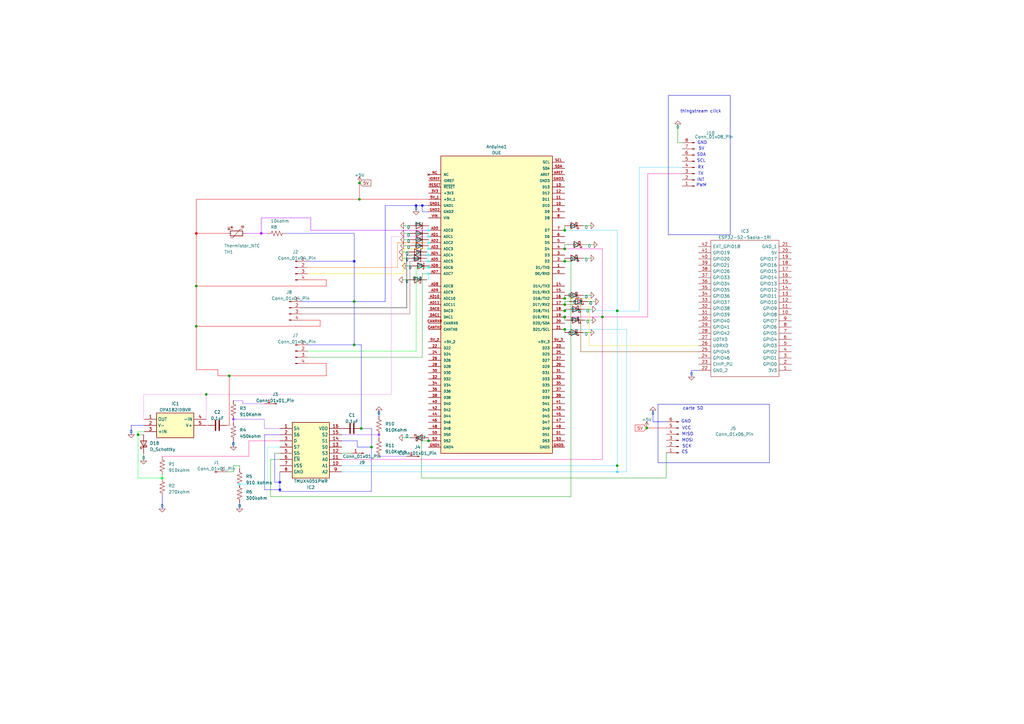
<source format=kicad_sch>
(kicad_sch (version 20230121) (generator eeschema)
  (paper "A3")
  (lib_symbols
    (symbol "A000062:A000062" (pin_names (offset 1.016))
      (property "Reference" "U" (at -22.86 61.722 0))
      (property "Value" "A000062" (at -22.86 -63.5 0))
      (symbol "A000062_0_0"
        (pin bidirectional line (at 27.94 12.7 180) (length 5.08) (name "D0/RX0") (number "0"))
        (pin bidirectional line (at 27.94 15.24 180) (length 5.08) (name "D1/TX0") (number "1"))
        (pin bidirectional line (at 27.94 40.64 180) (length 5.08) (name "D10") (number "10"))
        (pin bidirectional line (at 27.94 43.18 180) (length 5.08) (name "D11") (number "11"))
        (pin bidirectional line (at 27.94 45.72 180) (length 5.08) (name "D12") (number "12"))
        (pin bidirectional line (at 27.94 48.26 180) (length 5.08) (name "D13") (number "13"))
        (pin bidirectional line (at 27.94 7.62 180) (length 5.08) (name "D14/TX3") (number "14"))
        (pin bidirectional line (at 27.94 5.08 180) (length 5.08) (name "D15/RX3") (number "15"))
        (pin bidirectional line (at 27.94 2.54 180) (length 5.08) (name "D16/TX2") (number "16"))
        (pin bidirectional line (at 27.94 0 180) (length 5.08) (name "D17/RX2") (number "17"))
        (pin bidirectional line (at 27.94 -2.54 180) (length 5.08) (name "D18/TX1") (number "18"))
        (pin bidirectional line (at 27.94 -5.08 180) (length 5.08) (name "D19/RX1") (number "19"))
        (pin bidirectional line (at 27.94 17.78 180) (length 5.08) (name "D2") (number "2"))
        (pin bidirectional line (at 27.94 -7.62 180) (length 5.08) (name "D20/SDA") (number "20"))
        (pin bidirectional line (at 27.94 -10.16 180) (length 5.08) (name "D21/SCL") (number "21"))
        (pin bidirectional line (at -27.94 -17.78 0) (length 5.08) (name "D22") (number "22"))
        (pin bidirectional line (at 27.94 -17.78 180) (length 5.08) (name "D23") (number "23"))
        (pin bidirectional line (at -27.94 -20.32 0) (length 5.08) (name "D24") (number "24"))
        (pin bidirectional line (at 27.94 -20.32 180) (length 5.08) (name "D25") (number "25"))
        (pin bidirectional line (at -27.94 -22.86 0) (length 5.08) (name "D26") (number "26"))
        (pin bidirectional line (at 27.94 -22.86 180) (length 5.08) (name "D27") (number "27"))
        (pin bidirectional line (at -27.94 -25.4 0) (length 5.08) (name "D28") (number "28"))
        (pin bidirectional line (at 27.94 -25.4 180) (length 5.08) (name "D29") (number "29"))
        (pin bidirectional line (at 27.94 20.32 180) (length 5.08) (name "D3") (number "3"))
        (pin bidirectional line (at -27.94 -27.94 0) (length 5.08) (name "D30") (number "30"))
        (pin bidirectional line (at 27.94 -27.94 180) (length 5.08) (name "D31") (number "31"))
        (pin bidirectional line (at -27.94 -30.48 0) (length 5.08) (name "D32") (number "32"))
        (pin bidirectional line (at 27.94 -30.48 180) (length 5.08) (name "D33") (number "33"))
        (pin bidirectional line (at -27.94 -33.02 0) (length 5.08) (name "D34") (number "34"))
        (pin bidirectional line (at 27.94 -33.02 180) (length 5.08) (name "D35") (number "35"))
        (pin bidirectional line (at -27.94 -35.56 0) (length 5.08) (name "D36") (number "36"))
        (pin bidirectional line (at 27.94 -35.56 180) (length 5.08) (name "D37") (number "37"))
        (pin bidirectional line (at -27.94 -38.1 0) (length 5.08) (name "D38") (number "38"))
        (pin bidirectional line (at 27.94 -38.1 180) (length 5.08) (name "D39") (number "39"))
        (pin power_in line (at -27.94 45.72 0) (length 5.08) (name "+3V3") (number "3V3"))
        (pin bidirectional line (at 27.94 22.86 180) (length 5.08) (name "D4") (number "4"))
        (pin bidirectional line (at -27.94 -40.64 0) (length 5.08) (name "D40") (number "40"))
        (pin bidirectional line (at 27.94 -40.64 180) (length 5.08) (name "D41") (number "41"))
        (pin bidirectional line (at -27.94 -43.18 0) (length 5.08) (name "D42") (number "42"))
        (pin bidirectional line (at 27.94 -43.18 180) (length 5.08) (name "D43") (number "43"))
        (pin bidirectional line (at -27.94 -45.72 0) (length 5.08) (name "D44") (number "44"))
        (pin bidirectional line (at 27.94 -45.72 180) (length 5.08) (name "D45") (number "45"))
        (pin bidirectional line (at -27.94 -48.26 0) (length 5.08) (name "D46") (number "46"))
        (pin bidirectional line (at 27.94 -48.26 180) (length 5.08) (name "D47") (number "47"))
        (pin bidirectional line (at -27.94 -50.8 0) (length 5.08) (name "D48") (number "48"))
        (pin bidirectional line (at 27.94 -50.8 180) (length 5.08) (name "D49") (number "49"))
        (pin bidirectional line (at 27.94 25.4 180) (length 5.08) (name "D5") (number "5"))
        (pin bidirectional line (at -27.94 -53.34 0) (length 5.08) (name "D50") (number "50"))
        (pin bidirectional line (at 27.94 -53.34 180) (length 5.08) (name "D51") (number "51"))
        (pin bidirectional line (at -27.94 -55.88 0) (length 5.08) (name "D52") (number "52"))
        (pin bidirectional line (at 27.94 -55.88 180) (length 5.08) (name "D53") (number "53"))
        (pin power_in line (at -27.94 43.18 0) (length 5.08) (name "+5V_1") (number "5V_1"))
        (pin power_in line (at -27.94 -15.24 0) (length 5.08) (name "+5V_2") (number "5V_2"))
        (pin power_in line (at 27.94 -15.24 180) (length 5.08) (name "+5V_3") (number "5V_3"))
        (pin bidirectional line (at 27.94 27.94 180) (length 5.08) (name "D6") (number "6"))
        (pin bidirectional line (at 27.94 30.48 180) (length 5.08) (name "D7") (number "7"))
        (pin bidirectional line (at 27.94 35.56 180) (length 5.08) (name "D8") (number "8"))
        (pin bidirectional line (at 27.94 38.1 180) (length 5.08) (name "D9") (number "9"))
        (pin bidirectional line (at -27.94 30.48 0) (length 5.08) (name "ADC0") (number "AD0"))
        (pin bidirectional line (at -27.94 27.94 0) (length 5.08) (name "ADC1") (number "AD1"))
        (pin bidirectional line (at -27.94 2.54 0) (length 5.08) (name "ADC10") (number "AD10"))
        (pin bidirectional line (at -27.94 0 0) (length 5.08) (name "ADC11") (number "AD11"))
        (pin bidirectional line (at -27.94 25.4 0) (length 5.08) (name "ADC2") (number "AD2"))
        (pin bidirectional line (at -27.94 22.86 0) (length 5.08) (name "ADC3") (number "AD3"))
        (pin bidirectional line (at -27.94 20.32 0) (length 5.08) (name "ADC4") (number "AD4"))
        (pin bidirectional line (at -27.94 17.78 0) (length 5.08) (name "ADC5") (number "AD5"))
        (pin bidirectional line (at -27.94 15.24 0) (length 5.08) (name "ADC6") (number "AD6"))
        (pin bidirectional line (at -27.94 12.7 0) (length 5.08) (name "ADC7") (number "AD7"))
        (pin bidirectional line (at -27.94 7.62 0) (length 5.08) (name "ADC8") (number "AD8"))
        (pin bidirectional line (at -27.94 5.08 0) (length 5.08) (name "ADC9") (number "AD9"))
        (pin input line (at 27.94 53.34 180) (length 5.08) (name "AREF") (number "AREF"))
        (pin bidirectional line (at -27.94 -7.62 0) (length 5.08) (name "CANRX0") (number "CANRX0"))
        (pin bidirectional line (at -27.94 -10.16 0) (length 5.08) (name "CANTX0") (number "CANTX0"))
        (pin bidirectional line (at -27.94 -2.54 0) (length 5.08) (name "DAC0") (number "DAC0"))
        (pin bidirectional line (at -27.94 -5.08 0) (length 5.08) (name "DAC1") (number "DAC1"))
        (pin power_in line (at -27.94 40.64 0) (length 5.08) (name "GND1") (number "GND1"))
        (pin power_in line (at -27.94 38.1 0) (length 5.08) (name "GND2") (number "GND2"))
        (pin power_in line (at 27.94 50.8 180) (length 5.08) (name "GND3") (number "GND3"))
        (pin power_in line (at -27.94 -58.42 0) (length 5.08) (name "GND4") (number "GND4"))
        (pin power_in line (at 27.94 -58.42 180) (length 5.08) (name "GND5") (number "GND5"))
        (pin bidirectional line (at -27.94 50.8 0) (length 5.08) (name "IOREF") (number "IOREF"))
        (pin no_connect line (at -27.94 53.34 0) (length 5.08) (name "NC") (number "NC"))
        (pin input line (at -27.94 48.26 0) (length 5.08) (name "~{RESET}") (number "RESET"))
        (pin bidirectional line (at 27.94 58.42 180) (length 5.08) (name "SCL") (number "SCL"))
        (pin bidirectional line (at 27.94 55.88 180) (length 5.08) (name "SDA") (number "SDA"))
        (pin input line (at -27.94 35.56 0) (length 5.08) (name "VIN") (number "VIN"))
      )
    )
    (symbol "Connector:Conn_01x01_Pin" (pin_names (offset 1.016) hide)
      (property "Reference" "J" (at 0 2.54 0))
      (property "Value" "Conn_01x01_Pin" (at 0 -2.54 0))
      (symbol "Conn_01x01_Pin_1_1"
        (pin passive line (at 5.08 0 180) (length 3.81) (name "Pin_1") (number "1"))
      )
    )
    (symbol "Connector:Conn_01x04_Pin" (pin_names (offset 1.016) hide)
      (property "Reference" "J" (at 0 5.08 0))
      (property "Value" "Conn_01x04_Pin" (at 0 -7.62 0))
      (symbol "Conn_01x04_Pin_1_1"
        (pin passive line (at 5.08 2.54 180) (length 3.81) (name "Pin_1") (number "1"))
        (pin passive line (at 5.08 0 180) (length 3.81) (name "Pin_2") (number "2"))
        (pin passive line (at 5.08 -2.54 180) (length 3.81) (name "Pin_3") (number "3"))
        (pin passive line (at 5.08 -5.08 180) (length 3.81) (name "Pin_4") (number "4"))
      )
    )
    (symbol "Connector:Conn_01x06_Pin" (pin_names (offset 1.016) hide)
      (property "Reference" "J" (at 0 7.62 0))
      (property "Value" "Conn_01x06_Pin" (at 0 -10.16 0))
      (symbol "Conn_01x06_Pin_1_1"
        (pin passive line (at 5.08 5.08 180) (length 3.81) (name "Pin_1") (number "1"))
        (pin passive line (at 5.08 2.54 180) (length 3.81) (name "Pin_2") (number "2"))
        (pin passive line (at 5.08 0 180) (length 3.81) (name "Pin_3") (number "3"))
        (pin passive line (at 5.08 -2.54 180) (length 3.81) (name "Pin_4") (number "4"))
        (pin passive line (at 5.08 -5.08 180) (length 3.81) (name "Pin_5") (number "5"))
        (pin passive line (at 5.08 -7.62 180) (length 3.81) (name "Pin_6") (number "6"))
      )
    )
    (symbol "Connector:Conn_01x08_Pin" (pin_names (offset 1.016) hide)
      (property "Reference" "J" (at 0 10.16 0))
      (property "Value" "Conn_01x08_Pin" (at 0 -12.7 0))
      (symbol "Conn_01x08_Pin_1_1"
        (pin passive line (at 5.08 7.62 180) (length 3.81) (name "Pin_1") (number "1"))
        (pin passive line (at 5.08 5.08 180) (length 3.81) (name "Pin_2") (number "2"))
        (pin passive line (at 5.08 2.54 180) (length 3.81) (name "Pin_3") (number "3"))
        (pin passive line (at 5.08 0 180) (length 3.81) (name "Pin_4") (number "4"))
        (pin passive line (at 5.08 -2.54 180) (length 3.81) (name "Pin_5") (number "5"))
        (pin passive line (at 5.08 -5.08 180) (length 3.81) (name "Pin_6") (number "6"))
        (pin passive line (at 5.08 -7.62 180) (length 3.81) (name "Pin_7") (number "7"))
        (pin passive line (at 5.08 -10.16 180) (length 3.81) (name "Pin_8") (number "8"))
      )
    )
    (symbol "Device:C" (pin_numbers hide) (pin_names (offset 0.254))
      (property "Reference" "C" (at 0.635 2.54 0))
      (property "Value" "C" (at 0.635 -2.54 0))
      (symbol "C_1_1"
        (pin passive line (at 0 3.81 270) (length 2.794) (name "~") (number "1"))
        (pin passive line (at 0 -3.81 90) (length 2.794) (name "~") (number "2"))
      )
    )
    (symbol "Device:D_Schottky" (pin_numbers hide) (pin_names (offset 1.016) hide)
      (property "Reference" "D" (at 0 2.54 0))
      (property "Value" "D_Schottky" (at 0 -2.54 0))
      (symbol "D_Schottky_1_1"
        (pin passive line (at -3.81 0 0) (length 2.54) (name "K") (number "1"))
        (pin passive line (at 3.81 0 180) (length 2.54) (name "A") (number "2"))
      )
    )
    (symbol "Device:D_Zener" (pin_numbers hide) (pin_names (offset 1.016) hide)
      (property "Reference" "D" (at 0 2.54 0))
      (property "Value" "D_Zener" (at 0 -2.54 0))
      (symbol "D_Zener_1_1"
        (pin passive line (at -3.81 0 0) (length 2.54) (name "K") (number "1"))
        (pin passive line (at 3.81 0 180) (length 2.54) (name "A") (number "2"))
      )
    )
    (symbol "Device:Thermistor_NTC" (pin_numbers hide) (pin_names (offset 0))
      (property "Reference" "TH" (at -4.445 0 90))
      (property "Value" "Thermistor_NTC" (at 3.175 0 90))
      (symbol "Thermistor_NTC_1_1"
        (pin passive line (at 0 3.81 270) (length 1.27) (name "~") (number "1"))
        (pin passive line (at 0 -3.81 90) (length 1.27) (name "~") (number "2"))
      )
    )
    (symbol "ESP32-S2-Saola-1RI:ESP32-S2-Saola-1RI" (pin_names (offset 0.762))
      (property "Reference" "IC" (at 34.29 7.62 0))
      (property "Value" "ESP32-S2-Saola-1RI" (at 34.29 5.08 0))
      (symbol "ESP32-S2-Saola-1RI_0_0"
        (pin passive line (at 0 0 0) (length 5.08) (name "3V3") (number "1"))
        (pin passive line (at 0 -22.86 0) (length 5.08) (name "GPIO8") (number "10"))
        (pin passive line (at 0 -25.4 0) (length 5.08) (name "GPIO9") (number "11"))
        (pin passive line (at 0 -27.94 0) (length 5.08) (name "GPIO10") (number "12"))
        (pin passive line (at 0 -30.48 0) (length 5.08) (name "GPIO11") (number "13"))
        (pin passive line (at 0 -33.02 0) (length 5.08) (name "GPIO12") (number "14"))
        (pin passive line (at 0 -35.56 0) (length 5.08) (name "GPIO13") (number "15"))
        (pin passive line (at 0 -38.1 0) (length 5.08) (name "GPIO14") (number "16"))
        (pin passive line (at 0 -40.64 0) (length 5.08) (name "GPIO15") (number "17"))
        (pin passive line (at 0 -43.18 0) (length 5.08) (name "GPIO16") (number "18"))
        (pin passive line (at 0 -45.72 0) (length 5.08) (name "GPIO17") (number "19"))
        (pin passive line (at 0 -2.54 0) (length 5.08) (name "GPIO0") (number "2"))
        (pin passive line (at 0 -48.26 0) (length 5.08) (name "5V") (number "20"))
        (pin passive line (at 0 -50.8 0) (length 5.08) (name "GND_1") (number "21"))
        (pin passive line (at 38.1 0 180) (length 5.08) (name "GND_2") (number "22"))
        (pin passive line (at 38.1 -2.54 180) (length 5.08) (name "CHIP_PU") (number "23"))
        (pin passive line (at 38.1 -5.08 180) (length 5.08) (name "GPIO46") (number "24"))
        (pin passive line (at 38.1 -7.62 180) (length 5.08) (name "GPIO45") (number "25"))
        (pin passive line (at 38.1 -10.16 180) (length 5.08) (name "U0RXD") (number "26"))
        (pin passive line (at 38.1 -12.7 180) (length 5.08) (name "U0TXD") (number "27"))
        (pin passive line (at 38.1 -15.24 180) (length 5.08) (name "GPIO42") (number "28"))
        (pin passive line (at 38.1 -17.78 180) (length 5.08) (name "GPIO41") (number "29"))
        (pin passive line (at 0 -5.08 0) (length 5.08) (name "GPIO1") (number "3"))
        (pin passive line (at 38.1 -20.32 180) (length 5.08) (name "GPIO40") (number "30"))
        (pin passive line (at 38.1 -22.86 180) (length 5.08) (name "GPIO39") (number "31"))
        (pin passive line (at 38.1 -25.4 180) (length 5.08) (name "GPIO38") (number "32"))
        (pin passive line (at 38.1 -27.94 180) (length 5.08) (name "GPIO37") (number "33"))
        (pin passive line (at 38.1 -30.48 180) (length 5.08) (name "GPIO36") (number "34"))
        (pin passive line (at 38.1 -33.02 180) (length 5.08) (name "GPIO35") (number "35"))
        (pin passive line (at 38.1 -35.56 180) (length 5.08) (name "GPIO34") (number "36"))
        (pin passive line (at 38.1 -38.1 180) (length 5.08) (name "GPIO33") (number "37"))
        (pin passive line (at 38.1 -40.64 180) (length 5.08) (name "GPIO26") (number "38"))
        (pin passive line (at 38.1 -43.18 180) (length 5.08) (name "GPIO21") (number "39"))
        (pin passive line (at 0 -7.62 0) (length 5.08) (name "GPIO2") (number "4"))
        (pin passive line (at 38.1 -45.72 180) (length 5.08) (name "GPIO20") (number "40"))
        (pin passive line (at 38.1 -48.26 180) (length 5.08) (name "GPIO19") (number "41"))
        (pin passive line (at 38.1 -50.8 180) (length 5.08) (name "EXT_GPIO18") (number "42"))
        (pin passive line (at 0 -10.16 0) (length 5.08) (name "GPIO3") (number "5"))
        (pin passive line (at 0 -12.7 0) (length 5.08) (name "GPIO4") (number "6"))
        (pin passive line (at 0 -15.24 0) (length 5.08) (name "GPIO5") (number "7"))
        (pin passive line (at 0 -17.78 0) (length 5.08) (name "GPIO6") (number "8"))
        (pin passive line (at 0 -20.32 0) (length 5.08) (name "GPIO7") (number "9"))
      )
    )
    (symbol "OPA182IDBVR:OPA182IDBVR"
      (property "Reference" "IC" (at 21.59 7.62 0))
      (property "Value" "OPA182IDBVR" (at 21.59 5.08 0))
      (symbol "OPA182IDBVR_1_1"
        (pin passive line (at 0 0 0) (length 5.08) (name "OUT") (number "1"))
        (pin passive line (at 0 -2.54 0) (length 5.08) (name "V-") (number "2"))
        (pin passive line (at 0 -5.08 0) (length 5.08) (name "+IN") (number "3"))
        (pin passive line (at 25.4 0 180) (length 5.08) (name "-IN") (number "4"))
        (pin passive line (at 25.4 -2.54 180) (length 5.08) (name "V+") (number "5"))
      )
    )
    (symbol "R_US_1" (pin_numbers hide) (pin_names (offset 0))
      (property "Reference" "R" (at 2.54 0 90))
      (property "Value" "R_US" (at -2.54 0 90))
      (symbol "R_US_1_1_1"
        (pin passive line (at 0 3.81 270) (length 1.27) (name "~") (number "1"))
        (pin passive line (at 0 -3.81 90) (length 1.27) (name "~") (number "2"))
      )
    )
    (symbol "R_US_2" (pin_numbers hide) (pin_names (offset 0) hide)
      (property "Reference" "R" (at 2.54 0 90))
      (property "Value" "R_US" (at -2.54 0 90))
      (symbol "R_US_2_1_1"
        (pin passive line (at 0 3.81 270) (length 1.27) (name "~") (number "1"))
        (pin passive line (at 0 -3.81 90) (length 1.27) (name "~") (number "2"))
      )
    )
    (symbol "Simulation_SPICE:0" (power) (pin_names (offset 0))
      (property "Value" "0" (at 0 -1.778 0))
      (symbol "0_1_1"
        (pin power_in line (at 0 0 0) (length 0) hide (name "0") (number "1"))
      )
    )
    (symbol "TMUX4051PWR:TMUX4051PWR"
      (property "Reference" "IC" (at 21.59 7.62 0))
      (property "Value" "TMUX4051PWR" (at 21.59 5.08 0))
      (symbol "TMUX4051PWR_1_1"
        (pin passive line (at 0 0 0) (length 5.08) (name "S4") (number "1"))
        (pin passive line (at 25.4 -15.24 180) (length 5.08) (name "A1") (number "10"))
        (pin passive line (at 25.4 -12.7 180) (length 5.08) (name "A0") (number "11"))
        (pin passive line (at 25.4 -10.16 180) (length 5.08) (name "S3") (number "12"))
        (pin passive line (at 25.4 -7.62 180) (length 5.08) (name "S0") (number "13"))
        (pin passive line (at 25.4 -5.08 180) (length 5.08) (name "S1") (number "14"))
        (pin passive line (at 25.4 -2.54 180) (length 5.08) (name "S2") (number "15"))
        (pin passive line (at 25.4 0 180) (length 5.08) (name "VDD") (number "16"))
        (pin passive line (at 0 -2.54 0) (length 5.08) (name "S6") (number "2"))
        (pin passive line (at 0 -5.08 0) (length 5.08) (name "D") (number "3"))
        (pin passive line (at 0 -7.62 0) (length 5.08) (name "S7") (number "4"))
        (pin passive line (at 0 -10.16 0) (length 5.08) (name "S5") (number "5"))
        (pin passive line (at 0 -12.7 0) (length 5.08) (name "~{EN}") (number "6"))
        (pin passive line (at 0 -15.24 0) (length 5.08) (name "VSS") (number "7"))
        (pin passive line (at 0 -17.78 0) (length 5.08) (name "GND") (number "8"))
        (pin passive line (at 25.4 -17.78 180) (length 5.08) (name "A2") (number "9"))
      )
    )
    (symbol "power:+5V" (power) (pin_names (offset 0))
      (property "Value" "+5V" (at 0 3.556 0))
      (symbol "+5V_1_1"
        (pin power_in line (at 0 0 90) (length 0) hide (name "+5V") (number "1"))
      )
    )
  )
  (junction (at 231.6226 124.9426))
  (junction (at 145.2626 141.4526))
  (junction (at 175.7426 112.2426) (color 77 245 255 1))
  (junction (at 175.7426 97.0026) (color 77 245 255 1))
  (junction (at 152.3492 183.3626))
  (junction (at 253.1618 190.9826))
  (junction (at 175.7426 107.1626) (color 77 245 255 1))
  (junction (at 170.6626 84.3026) (color 27 21 255 1))
  (junction (at 145.2626 123.6726))
  (junction (at 175.7426 109.7026) (color 77 245 255 1))
  (junction (at 253.1618 127.4826))
  (junction (at 84.582 161.7726))
  (junction (at 148.1582 175.7426))
  (junction (at 231.6226 94.4626))
  (junction (at 175.7426 180.8226))
  (junction (at 253.1872 127.4826))
  (junction (at 231.6226 129.9972))
  (junction (at 147.447 75.057))
  (junction (at 231.6226 130.0226))
  (junction (at 253.2126 193.5226) (color 80 205 255 1))
  (junction (at 145.2626 107.1626) (color 27 21 255 1))
  (junction (at 247.0658 129.9972))
  (junction (at 114.7826 200.8378) (color 27 21 255 1))
  (junction (at 95.7326 171.9326) (color 153 69 255 1))
  (junction (at 98.2726 198.6026) (color 92 255 253 1))
  (junction (at 114.7826 197.7898) (color 27 21 255 1))
  (junction (at 175.7426 94.4626) (color 77 245 255 1))
  (junction (at 94.0562 154.1526))
  (junction (at 56.6166 178.2826))
  (junction (at 231.6226 122.4026))
  (junction (at 231.6226 135.1026))
  (junction (at 66.5226 196.0626) (color 14 255 70 1))
  (junction (at 231.6226 102.0826))
  (junction (at 107.1626 95.7326) (color 166 1 255 1))
  (junction (at 80.4926 117.3226))
  (junction (at 231.6226 127.4826))
  (junction (at 80.4926 133.8326))
  (junction (at 155.4226 178.2826) (color 153 69 255 1))
  (junction (at 231.6226 107.1626))
  (junction (at 175.7426 102.0826) (color 77 245 255 1))
  (junction (at 175.7426 99.5426) (color 77 245 255 1))
  (junction (at 175.7426 104.6226) (color 77 245 255 1))
  (junction (at 265.2522 175.5394))
  (junction (at 80.4926 95.7326) (color 231 0 0 1))
  (junction (at 173.2026 84.3026) (color 27 21 255 1))
  (junction (at 147.4216 81.7626))
  (wire (pts (xy 175.7426 105.8926) (xy 175.1076 105.8926)) (stroke (width 0) (color 77 245 255 1)))
  (wire (pts (xy 170.6626 84.3026) (xy 157.9626 84.3026)) (stroke (width 0) (color 27 21 255 1)))
  (wire (pts (xy 126.2126 141.4526) (xy 145.2626 141.4526)) (stroke (width 0) (color 27 21 255 1)))
  (wire (pts (xy 56.6166 196.0626) (xy 56.6166 178.2826)) (stroke (width 0) (color 14 255 70 1)))
  (wire (pts (xy 98.2726 206.2226) (xy 98.2726 208.7626)) (stroke (width 0) (color 0 4 255 1)))
  (wire (pts (xy 175.7426 103.3526) (xy 175.1076 103.3526)) (stroke (width 0) (color 77 245 255 1)))
  (wire (pts (xy 173.2026 146.5326) (xy 126.2126 146.5326)) (stroke (width 0) (color 38 163 27 1)))
  (wire (pts (xy 241.1476 123.6726) (xy 244.3226 123.6726)))
  (wire (pts (xy 89.3826 151.6126) (xy 80.4926 151.6126)) (stroke (width 0) (color 231 0 0 1)))
  (wire (pts (xy 131.2926 133.8326) (xy 80.4926 133.8326)) (stroke (width 0) (color 231 0 0 1)))
  (wire (pts (xy 241.681 122.4026) (xy 241.681 141.7574)) (stroke (width 0) (color 242 221 34 1)))
  (wire (pts (xy 247.0658 102.0826) (xy 247.0658 129.9972)) (stroke (width 0) (color 255 25 183 1)))
  (wire (pts (xy 148.1582 175.7426) (xy 152.4254 175.7426)) (stroke (width 0) (color 27 21 255 1)))
  (wire (pts (xy 165.5826 98.2726) (xy 168.1226 98.2726)))
  (wire (pts (xy 98.2726 199.8726) (xy 98.2726 198.6026)) (stroke (width 0) (color 92 255 253 1)))
  (wire (pts (xy 175.7426 109.7026) (xy 175.7426 109.0676)) (stroke (width 0) (color 77 245 255 1)))
  (wire (pts (xy 145.2626 141.4526) (xy 148.1582 141.4526)) (stroke (width 0) (color 27 21 255 1)))
  (wire (pts (xy 278.003 58.5216) (xy 278.003 50.8508)))
  (wire (pts (xy 175.7426 95.7326) (xy 175.7426 97.0026)) (stroke (width 0) (color 77 245 255 1)))
  (wire (pts (xy 95.7326 171.9326) (xy 95.7326 173.2026)) (stroke (width 0) (color 153 69 255 1)))
  (wire (pts (xy 168.1226 128.7526) (xy 123.6726 128.7526)) (stroke (width 0) (color 140 74 83 1)))
  (wire (pts (xy 172.847 180.8226) (xy 172.847 196.0372)))
  (wire (pts (xy 66.5226 194.7926) (xy 66.5226 196.0626)) (stroke (width 0) (color 14 255 70 1)))
  (wire (pts (xy 66.5226 203.6826) (xy 66.5226 208.7626)) (stroke (width 0) (color 0 4 255 1)))
  (wire (pts (xy 164.9476 105.8926) (xy 167.4876 105.8926)))
  (wire (pts (xy 102.0826 180.8226) (xy 102.0826 187.1726)) (stroke (width 0) (color 255 37 141 1)))
  (wire (pts (xy 108.4326 171.9326) (xy 108.4326 175.7426)) (stroke (width 0) (color 153 69 255 1)))
  (wire (pts (xy 56.6166 177.0126) (xy 59.182 177.0126)) (stroke (width 0) (color 14 255 70 1)))
  (wire (pts (xy 273.2532 185.6994) (xy 273.2532 196.0372)))
  (wire (pts (xy 175.7426 86.8426) (xy 173.2026 86.8426)) (stroke (width 0) (color 27 21 255 1)))
  (wire (pts (xy 93.1926 193.5226) (xy 95.7326 193.5226)))
  (wire (pts (xy 145.2626 95.7326) (xy 117.3226 95.7326)) (stroke (width 0) (color 27 21 255 1)))
  (wire (pts (xy 152.3492 183.3626) (xy 146.5326 183.3626)) (stroke (width 0) (color 27 21 255 1)))
  (wire (pts (xy 53.8226 174.4726) (xy 53.8226 178.2826)) (stroke (width 0) (color 0 4 255 1)))
  (wire (pts (xy 152.4254 183.3626) (xy 152.3492 183.3626)) (stroke (width 0) (color 27 21 255 1)))
  (wire (pts (xy 56.6166 178.2826) (xy 56.6166 177.0126)) (stroke (width 0) (color 14 255 70 1)))
  (wire (pts (xy 147.4216 75.057) (xy 147.447 75.057)) (stroke (width 0) (color 224 0 0 1)))
  (wire (pts (xy 231.6226 135.1026) (xy 231.6226 136.3726)))
  (wire (pts (xy 108.4326 165.5826) (xy 99.5426 165.5826)) (stroke (width 0) (color 153 69 255 1)))
  (wire (pts (xy 59.182 174.4726) (xy 53.8226 174.4726)) (stroke (width 0) (color 0 4 255 1)))
  (wire (pts (xy 166.8526 187.1726) (xy 155.4226 187.1726)) (stroke (width 0) (color 153 69 255 1)))
  (wire (pts (xy 80.4926 117.3226) (xy 133.8326 117.3226)) (stroke (width 0) (color 231 0 0 1)))
  (wire (pts (xy 160.5026 97.0026) (xy 160.5026 161.7726)) (stroke (width 0) (color 250 134 255 1)))
  (wire (pts (xy 126.2126 107.1626) (xy 145.2626 107.1626)) (stroke (width 0) (color 27 21 255 1)))
  (wire (pts (xy 114.7826 200.8378) (xy 114.7826 201.5744)) (stroke (width 0) (color 27 21 255 1)))
  (wire (pts (xy 239.8776 126.8476) (xy 243.0526 126.8476)))
  (wire (pts (xy 253.2126 193.5226) (xy 253.2126 190.9826)) (stroke (width 0) (color 80 205 255 1)))
  (wire (pts (xy 164.9476 103.3526) (xy 167.4876 103.3526)))
  (wire (pts (xy 145.2626 95.7326) (xy 145.2626 107.1626)) (stroke (width 0) (color 27 21 255 1)))
  (wire (pts (xy 133.8326 149.0726) (xy 133.8326 154.1526)) (stroke (width 0) (color 231 0 0 1)))
  (wire (pts (xy 155.4226 179.5526) (xy 155.4226 178.2826)) (stroke (width 0) (color 153 69 255 1)))
  (wire (pts (xy 99.5426 165.5826) (xy 99.5426 164.3126)) (stroke (width 0) (color 153 69 255 1)))
  (wire (pts (xy 231.6226 135.1026) (xy 257.0226 135.1026)) (stroke (width 0) (color 80 205 255 1)))
  (wire (pts (xy 253.1872 127.5842) (xy 262.1788 127.5842)) (stroke (width 0) (color 80 205 255 1)))
  (wire (pts (xy 175.7426 92.5576) (xy 175.7426 94.4626)) (stroke (width 0) (color 77 245 255 1)))
  (wire (pts (xy 173.2026 112.2426) (xy 173.2026 146.5326)) (stroke (width 0) (color 38 163 27 1)))
  (wire (pts (xy 262.1788 68.6816) (xy 279.7556 68.6816)) (stroke (width 0) (color 80 205 255 1)))
  (wire (pts (xy 253.1618 127.4826) (xy 253.1618 190.9826)) (stroke (width 0) (color 80 205 255 1)))
  (wire (pts (xy 98.2726 198.6026) (xy 109.7026 198.6026)) (stroke (width 0) (color 92 255 253 1)))
  (wire (pts (xy 127.4826 94.4626) (xy 175.7426 94.4626)) (stroke (width 0) (color 166 1 255 1)))
  (wire (pts (xy 133.8326 149.0726) (xy 126.2126 149.0726)) (stroke (width 0) (color 231 0 0 1)))
  (wire (pts (xy 140.1826 185.9026) (xy 144.018 185.9026)))
  (wire (pts (xy 94.0562 154.1526) (xy 94.0562 174.4726)) (stroke (width 0) (color 231 0 0 1)))
  (wire (pts (xy 95.7326 193.5226) (xy 95.7326 190.9826)))
  (wire (pts (xy 145.2626 123.6726) (xy 145.2626 141.4526)) (stroke (width 0) (color 27 21 255 1)))
  (wire (pts (xy 160.5026 97.0026) (xy 175.7426 97.0026)) (stroke (width 0) (color 250 134 255 1)))
  (wire (pts (xy 283.6418 151.9174) (xy 286.4866 151.9174)) (stroke (width 0) (color 27 21 255 1)))
  (wire (pts (xy 175.7426 104.6226) (xy 175.7426 103.3526)) (stroke (width 0) (color 77 245 255 1)))
  (wire (pts (xy 231.6226 92.5576) (xy 231.6226 94.4626)))
  (wire (pts (xy 145.2626 123.6726) (xy 157.9626 123.6726)) (stroke (width 0) (color 27 21 255 1)))
  (wire (pts (xy 80.4926 95.7326) (xy 80.4926 117.3226)) (stroke (width 0) (color 231 0 0 1)))
  (wire (pts (xy 165.5826 100.8126) (xy 168.1226 100.8126)))
  (wire (pts (xy 170.6626 109.7026) (xy 175.7426 109.7026)) (stroke (width 0) (color 5 255 41 1)))
  (wire (pts (xy 109.7026 95.7326) (xy 107.1626 95.7326)) (stroke (width 0) (color 166 1 255 1)))
  (wire (pts (xy 239.2426 136.3726) (xy 242.4176 136.3726)))
  (wire (pts (xy 231.6226 124.9426) (xy 238.2266 124.9426)) (stroke (width 0) (color 132 67 0 1)))
  (wire (pts (xy 123.6726 123.6726) (xy 145.2626 123.6726)) (stroke (width 0) (color 27 21 255 1)))
  (wire (pts (xy 133.8326 114.7826) (xy 126.2126 114.7826)) (stroke (width 0) (color 231 0 0 1)))
  (wire (pts (xy 109.7026 183.3626) (xy 114.7826 183.3626)) (stroke (width 0) (color 92 255 253 1)))
  (wire (pts (xy 231.6226 102.0826) (xy 231.6226 100.3046)))
  (wire (pts (xy 175.7426 98.2726) (xy 175.7426 99.5426)) (stroke (width 0) (color 77 245 255 1)))
  (wire (pts (xy 95.7326 180.8226) (xy 95.7326 183.3626)) (stroke (width 0) (color 0 4 255 1)))
  (wire (pts (xy 257.0226 193.5226) (xy 257.0226 135.1026)) (stroke (width 0) (color 80 205 255 1)))
  (wire (pts (xy 84.582 161.7726) (xy 84.582 171.9326)) (stroke (width 0) (color 250 134 255 1)))
  (wire (pts (xy 168.1226 107.1626) (xy 168.1226 128.7526)) (stroke (width 0) (color 140 74 83 1)))
  (wire (pts (xy 166.2176 109.0676) (xy 168.7576 109.0676)))
  (wire (pts (xy 58.9026 161.7726) (xy 58.9026 171.9326)) (stroke (width 0) (color 250 134 255 1)))
  (wire (pts (xy 170.6626 109.7026) (xy 170.6626 143.9926)) (stroke (width 0) (color 5 255 41 1)))
  (wire (pts (xy 165.5826 102.0826) (xy 175.7426 102.0826)) (stroke (width 0) (color 255 221 0 1)))
  (wire (pts (xy 267.8176 168.1988) (xy 267.8176 172.9994)) (stroke (width 0) (color 0 4 255 1)))
  (wire (pts (xy 239.8776 131.2926) (xy 243.0526 131.2926)))
  (wire (pts (xy 233.5276 123.6726) (xy 231.6226 123.6726)))
  (wire (pts (xy 166.8526 104.6226) (xy 175.7426 104.6226)) (stroke (width 0) (color 0 0 0 1)))
  (wire (pts (xy 59.182 171.9326) (xy 58.9026 171.9326)) (stroke (width 0) (color 250 134 255 1)))
  (wire (pts (xy 267.8176 172.9994) (xy 273.2532 172.9994)) (stroke (width 0) (color 0 4 255 1)))
  (wire (pts (xy 253.1618 127.4826) (xy 253.1872 127.4826)) (stroke (width 0) (color 80 205 255 1)))
  (wire (pts (xy 166.8526 104.6226) (xy 166.8526 126.2126)) (stroke (width 0) (color 0 0 0 1)))
  (wire (pts (xy 146.5326 183.3626) (xy 146.5326 180.8226)) (stroke (width 0) (color 27 21 255 1)))
  (wire (pts (xy 114.7826 185.9026) (xy 112.649 185.9026)))
  (wire (pts (xy 231.6226 105.8926) (xy 231.6226 107.1626)))
  (wire (pts (xy 175.7426 100.8126) (xy 175.7426 102.0826)) (stroke (width 0) (color 77 245 255 1)))
  (wire (pts (xy 89.3826 154.1526) (xy 94.0562 154.1526)) (stroke (width 0) (color 231 0 0 1)))
  (wire (pts (xy 127.4826 89.3826) (xy 107.1626 89.3826)) (stroke (width 0) (color 166 1 255 1)))
  (wire (pts (xy 175.7426 179.5526) (xy 175.7426 180.8226)))
  (wire (pts (xy 80.4926 117.3226) (xy 80.4926 133.8326)) (stroke (width 0) (color 231 0 0 1)))
  (wire (pts (xy 84.582 174.4726) (xy 85.344 174.4726)) (stroke (width 0) (color 235 0 0 1)))
  (wire (pts (xy 239.2426 92.5576) (xy 242.4176 92.5576)))
  (wire (pts (xy 265.2014 175.5394) (xy 265.2522 175.5394)) (stroke (width 0) (color 224 0 0 1)))
  (wire (pts (xy 110.9726 188.4426) (xy 110.9726 203.6826)))
  (wire (pts (xy 112.649 197.7898) (xy 114.7826 197.7898)) (stroke (width 0) (color 27 21 255 1)))
  (wire (pts (xy 147.4216 75.057) (xy 147.447 75.057)))
  (wire (pts (xy 140.1826 193.5226) (xy 253.2126 193.5226)) (stroke (width 0) (color 80 205 255 1)))
  (wire (pts (xy 66.5226 187.1726) (xy 102.0826 187.1726)) (stroke (width 0) (color 255 37 141 1)))
  (wire (pts (xy 110.9726 203.6826) (xy 234.1626 203.6826)))
  (wire (pts (xy 133.8326 117.3226) (xy 133.8326 114.7826)) (stroke (width 0) (color 231 0 0 1)))
  (wire (pts (xy 231.5972 129.9972) (xy 231.6226 129.9972)) (stroke (width 0) (color 255 25 183 1)))
  (wire (pts (xy 95.7326 190.9826) (xy 98.2726 190.9826)))
  (wire (pts (xy 247.0658 129.9972) (xy 265.6332 129.9972)) (stroke (width 0) (color 255 25 183 1)))
  (wire (pts (xy 108.5088 178.2826) (xy 114.7826 178.2826)) (stroke (width 0) (color 27 21 255 1)))
  (wire (pts (xy 231.6226 131.2926) (xy 231.6226 130.0226)))
  (wire (pts (xy 241.681 141.7574) (xy 286.4866 141.7574)) (stroke (width 0) (color 242 221 34 1)))
  (wire (pts (xy 140.1826 175.7426) (xy 140.5382 175.7426)) (stroke (width 0) (color 27 21 255 1)))
  (wire (pts (xy 92.964 174.4726) (xy 94.0562 174.4726)) (stroke (width 0) (color 235 0 0 1)))
  (wire (pts (xy 278.003 58.5216) (xy 279.7556 58.5216)))
  (wire (pts (xy 140.1826 188.4426) (xy 247.0658 188.4426)) (stroke (width 0) (color 255 25 183 1)))
  (wire (pts (xy 172.847 196.0372) (xy 273.2532 196.0372)))
  (wire (pts (xy 80.4926 81.7626) (xy 80.4926 95.7326)) (stroke (width 0) (color 224 0 0 1)))
  (wire (pts (xy 140.1826 190.9826) (xy 253.1618 190.9826)) (stroke (width 0) (color 80 205 255 1)))
  (wire (pts (xy 95.7326 171.9326) (xy 108.4326 171.9326)) (stroke (width 0) (color 153 69 255 1)))
  (wire (pts (xy 265.6332 129.9972) (xy 265.6332 71.2216)) (stroke (width 0) (color 255 25 183 1)))
  (wire (pts (xy 231.6226 127.4826) (xy 253.1618 127.4826)) (stroke (width 0) (color 80 205 255 1)))
  (wire (pts (xy 114.7826 197.7898) (xy 114.7826 200.8378)) (stroke (width 0) (color 27 21 255 1)))
  (wire (pts (xy 56.6166 196.0626) (xy 66.5226 196.0626)) (stroke (width 0) (color 14 255 70 1)))
  (wire (pts (xy 152.3492 183.3626) (xy 152.3492 201.5744)) (stroke (width 0) (color 27 21 255 1)))
  (wire (pts (xy 231.6226 123.6726) (xy 231.6226 124.9426)))
  (wire (pts (xy 175.7426 109.0676) (xy 176.3776 109.0676)) (stroke (width 0) (color 77 245 255 1)))
  (wire (pts (xy 240.5126 100.3046) (xy 243.6876 100.3046)))
  (wire (pts (xy 239.2426 105.8926) (xy 242.4176 105.8926)))
  (wire (pts (xy 175.7426 112.2426) (xy 175.7426 114.7826)) (stroke (width 0) (color 77 245 255 1)))
  (wire (pts (xy 172.847 180.8226) (xy 175.7426 180.8226)))
  (wire (pts (xy 112.649 185.9026) (xy 112.649 197.7898)) (stroke (width 0) (color 27 21 255 1)))
  (wire (pts (xy 262.1788 127.5842) (xy 262.1788 68.6816)) (stroke (width 0) (color 80 205 255 1)))
  (wire (pts (xy 80.4926 133.8326) (xy 80.4926 151.6126)) (stroke (width 0) (color 231 0 0 1)))
  (wire (pts (xy 231.6226 100.3046) (xy 232.8926 100.3046)))
  (wire (pts (xy 126.2126 109.7026) (xy 163.0426 109.7026)) (stroke (width 0) (color 255 115 9 1)))
  (wire (pts (xy 108.4326 175.7426) (xy 114.7826 175.7426)) (stroke (width 0) (color 153 69 255 1)))
  (wire (pts (xy 98.2726 190.9826) (xy 98.2726 192.2526)))
  (wire (pts (xy 131.2926 131.2926) (xy 131.2926 133.8326)) (stroke (width 0) (color 231 0 0 1)))
  (wire (pts (xy 232.2576 126.8476) (xy 231.6226 126.8476)))
  (wire (pts (xy 231.6226 129.9972) (xy 247.0658 129.9972)) (stroke (width 0) (color 255 25 183 1)))
  (wire (pts (xy 155.4226 170.6626) (xy 155.4226 168.1226)) (stroke (width 0) (color 27 21 255 1)))
  (wire (pts (xy 56.6166 178.2826) (xy 58.9026 178.2826)))
  (wire (pts (xy 173.2026 84.3026) (xy 170.6626 84.3026)) (stroke (width 0) (color 27 21 255 1)))
  (wire (pts (xy 80.4926 81.7626) (xy 147.4216 81.7626)) (stroke (width 0) (color 224 0 0 1)))
  (wire (pts (xy 173.2026 86.8426) (xy 173.2026 84.3026)) (stroke (width 0) (color 27 21 255 1)))
  (wire (pts (xy 164.9476 114.7826) (xy 167.4876 114.7826)))
  (wire (pts (xy 253.2126 193.5226) (xy 257.0226 193.5226)) (stroke (width 0) (color 80 205 255 1)))
  (wire (pts (xy 175.7426 107.1626) (xy 175.7426 105.8926)) (stroke (width 0) (color 77 245 255 1)))
  (wire (pts (xy 175.7426 112.2426) (xy 173.2026 112.2426)) (stroke (width 0) (color 38 163 27 1)))
  (wire (pts (xy 166.8526 126.2126) (xy 123.6726 126.2126)) (stroke (width 0) (color 0 0 0 1)))
  (wire (pts (xy 114.7826 193.5226) (xy 114.7826 197.7898)) (stroke (width 0) (color 27 21 255 1)))
  (wire (pts (xy 84.582 161.7726) (xy 160.5026 161.7726)) (stroke (width 0) (color 250 134 255 1)))
  (wire (pts (xy 232.2576 131.2926) (xy 231.6226 131.2926)))
  (wire (pts (xy 94.0562 154.1526) (xy 133.8326 154.1526)) (stroke (width 0) (color 231 0 0 1)))
  (wire (pts (xy 238.2266 144.2974) (xy 286.4866 144.2974)) (stroke (width 0) (color 132 67 0 1)))
  (wire (pts (xy 253.1872 127.4826) (xy 253.1872 127.5842)) (stroke (width 0) (color 80 205 255 1)))
  (wire (pts (xy 165.5826 95.7326) (xy 168.1226 95.7326)))
  (wire (pts (xy 165.5826 92.5576) (xy 168.1226 92.5576)))
  (wire (pts (xy 80.4926 95.7326) (xy 93.1926 95.7326)) (stroke (width 0) (color 231 0 0 1)))
  (wire (pts (xy 145.2626 107.1626) (xy 145.2626 123.6726)) (stroke (width 0) (color 27 21 255 1)))
  (wire (pts (xy 247.0658 129.9972) (xy 247.0658 188.4426)) (stroke (width 0) (color 255 25 183 1)))
  (wire (pts (xy 148.1582 141.4526) (xy 148.1582 175.7426)) (stroke (width 0) (color 27 21 255 1)))
  (wire (pts (xy 234.1626 107.1626) (xy 231.6226 107.1626)))
  (wire (pts (xy 152.4254 175.7426) (xy 152.4254 183.3626)) (stroke (width 0) (color 27 21 255 1)))
  (wire (pts (xy 140.1826 180.8226) (xy 146.5326 180.8226)) (stroke (width 0) (color 27 21 255 1)))
  (wire (pts (xy 253.1872 94.4626) (xy 253.1872 127.4826)) (stroke (width 0) (color 80 205 255 1)))
  (wire (pts (xy 58.9026 185.9026) (xy 58.9026 189.0776)))
  (wire (pts (xy 157.9626 84.3026) (xy 157.9626 123.6726)) (stroke (width 0) (color 0 4 255 1)))
  (wire (pts (xy 170.6626 84.3026) (xy 170.6626 86.8426)) (stroke (width 0) (color 27 21 255 1)))
  (wire (pts (xy 253.1618 190.9826) (xy 253.2126 190.9826)) (stroke (width 0) (color 80 205 255 1)))
  (wire (pts (xy 168.1226 179.5526) (xy 164.9476 179.5526)))
  (wire (pts (xy 126.2126 112.2426) (xy 165.5826 112.2426)) (stroke (width 0) (color 255 221 0 1)))
  (wire (pts (xy 239.2426 121.1326) (xy 242.4176 121.1326)))
  (wire (pts (xy 265.2522 175.5394) (xy 273.2532 175.5394)) (stroke (width 0) (color 224 0 0 1)))
  (wire (pts (xy 265.6332 71.2216) (xy 279.7556 71.2216)) (stroke (width 0) (color 255 25 183 1)))
  (wire (pts (xy 175.7426 114.7826) (xy 175.1076 114.7826)) (stroke (width 0) (color 77 245 255 1)))
  (wire (pts (xy 234.1626 203.6826) (xy 234.1626 107.1626)))
  (wire (pts (xy 147.4216 81.7626) (xy 175.7426 81.7626)) (stroke (width 0) (color 224 0 0 1)))
  (wire (pts (xy 238.2266 144.2974) (xy 238.2266 124.9426)) (stroke (width 0) (color 132 67 0 1)))
  (wire (pts (xy 84.582 161.7726) (xy 58.9026 161.7726)) (stroke (width 0) (color 250 134 255 1)))
  (wire (pts (xy 102.0826 180.8226) (xy 114.7826 180.8226)) (stroke (width 0) (color 255 37 141 1)))
  (wire (pts (xy 231.6226 129.9972) (xy 231.6226 130.0226)) (stroke (width 0) (color 255 25 183 1)))
  (wire (pts (xy 163.0426 109.7026) (xy 163.0426 99.5426)) (stroke (width 0) (color 255 115 9 1)))
  (wire (pts (xy 127.4826 94.4626) (xy 127.4826 89.3826)) (stroke (width 0) (color 166 1 255 1)))
  (wire (pts (xy 173.2026 84.3026) (xy 175.7426 84.3026)) (stroke (width 0) (color 27 21 255 1)))
  (wire (pts (xy 114.7826 201.5744) (xy 152.3492 201.5744)) (stroke (width 0) (color 27 21 255 1)))
  (wire (pts (xy 100.8126 95.7326) (xy 107.1626 95.7326)) (stroke (width 0) (color 166 1 255 1)))
  (wire (pts (xy 109.7026 198.6026) (xy 109.7026 183.3626)) (stroke (width 0) (color 92 255 253 1)))
  (wire (pts (xy 131.2926 131.2926) (xy 123.6726 131.2926)) (stroke (width 0) (color 231 0 0 1)))
  (wire (pts (xy 231.6226 121.1326) (xy 231.6226 122.4026)))
  (wire (pts (xy 168.1226 107.1626) (xy 175.7426 107.1626)) (stroke (width 0) (color 140 74 83 1)))
  (wire (pts (xy 170.6626 143.9926) (xy 126.2126 143.9926)) (stroke (width 0) (color 5 255 41 1)))
  (wire (pts (xy 165.5826 112.2426) (xy 165.5826 102.0826)) (stroke (width 0) (color 255 221 0 1)))
  (wire (pts (xy 283.6418 151.9174) (xy 283.6418 154.6352)) (stroke (width 0) (color 27 21 255 1)))
  (wire (pts (xy 108.5088 200.8378) (xy 114.7826 200.8378)) (stroke (width 0) (color 27 21 255 1)))
  (wire (pts (xy 114.7826 188.4426) (xy 110.9726 188.4426)))
  (wire (pts (xy 140.1826 178.2826) (xy 155.4226 178.2826)) (stroke (width 0) (color 153 69 255 1)))
  (wire (pts (xy 163.0426 99.5426) (xy 175.7426 99.5426)) (stroke (width 0) (color 255 115 9 1)))
  (wire (pts (xy 231.6226 122.4026) (xy 241.681 122.4026)) (stroke (width 0) (color 242 221 34 1)))
  (wire (pts (xy 89.3826 151.6126) (xy 89.3826 154.1526)) (stroke (width 0) (color 231 0 0 1)))
  (wire (pts (xy 247.0658 102.0826) (xy 231.6226 102.0826)) (stroke (width 0) (color 255 25 183 1)))
  (wire (pts (xy 231.6226 126.8476) (xy 231.6226 127.4826)))
  (wire (pts (xy 95.7326 164.3126) (xy 99.5426 164.3126)) (stroke (width 0) (color 153 69 255 1)))
  (wire (pts (xy 253.1872 94.4626) (xy 231.6226 94.4626)) (stroke (width 0) (color 80 205 255 1)))
  (wire (pts (xy 107.1626 89.3826) (xy 107.1626 95.7326)) (stroke (width 0) (color 166 1 255 1)))
  (wire (pts (xy 108.5088 178.2826) (xy 108.5088 200.8378)) (stroke (width 0) (color 27 21 255 1)))
  (wire (pts (xy 147.447 75.057) (xy 147.4216 81.7626)) (stroke (width 0) (color 224 0 0 1)))
  (rectangle (start 274.1168 39.1414) (end 299.5168 96.2914))
  (rectangle (start 269.875 165.7858) (end 315.595 189.7888))
  (text "MISO\n" (at 279.6286 178.8668 0) (effects (font (size 1.27 1.27)) (justify left bottom)))
  (text "TX" (at 286.2072 72.0852 0) (effects (font (size 1.27 1.27)) (justify left bottom)))
  (text "RX\n" (at 286.1056 69.4944 0) (effects (font (size 1.27 1.27)) (justify left bottom)))
  (text "SCL" (at 285.7754 66.7258 0) (effects (font (size 1.27 1.27)) (justify left bottom)))
  (text "thingstream click" (at 278.9682 46.4566 0) (effects (font (size 1.27 1.27)) (justify left bottom)))
  (text "INT" (at 285.8516 74.5998 0) (effects (font (size 1.27 1.27)) (justify left bottom)))
  (text "VCC" (at 279.654 176.403 0) (effects (font (size 1.27 1.27)) (justify left bottom)))
  (text "CS" (at 279.5016 186.2074 0) (effects (font (size 1.27 1.27)) (justify left bottom)))
  (text "GND" (at 279.3746 173.6598 0) (effects (font (size 1.27 1.27)) (justify left bottom)))
  (text "SDA\n\n" (at 285.7754 66.3194 0) (effects (font (size 1.27 1.27)) (justify left bottom)))
  (text "SCK" (at 279.781 183.8452 0) (effects (font (size 1.27 1.27)) (justify left bottom)))
  (text "GND\n" (at 285.9532 59.3598 0) (effects (font (size 1.27 1.27)) (justify left bottom)))
  (text "MOSI" (at 279.6286 181.4068 0) (effects (font (size 1.27 1.27)) (justify left bottom)))
  (text "carte SD" (at 280.035 168.3258 0) (effects (font (size 1.27 1.27)) (justify left bottom)))
  (text "PWM" (at 285.5214 76.7842 0) (effects (font (size 1.27 1.27)) (justify left bottom)))
  (text "5V\n" (at 286.4612 61.722 0) (effects (font (size 1.27 1.27)) (justify left bottom)))
  (global_label "5V" (shape input) (at 265.2014 175.5394 180) (property "Intersheetrefs" "${INTERSHEET_REFS}" (effects hide)))
  (global_label "5V" (shape input) (at 147.4216 75.057 0) (property "Intersheetrefs" "${INTERSHEET_REFS}" (effects hide)))
  (symbol (lib_id "Connector:Conn_01x08_Pin") (at 284.8356 68.6816 180) (unit 1)
    (property "Reference" "J10" (at 289.56 54.5846 0) (effects (justify right)))
    (property "Value" "Conn_01x08_Pin" (at 284.9372 56.1086 0) (effects (justify right)))
    (property "Footprint" "Connector_PinHeader_2.54mm:PinHeader_1x08_P2.54mm_Vertical" (effects hide))
  )
  (symbol (lib_id "Simulation_SPICE:0") (at 95.7326 183.3626 0) (unit 1)
    (property "Reference" "#GND03" (effects hide))
    (property "Value" "0" (at 95.7326 182.0926 0))
  )
  (symbol (lib_id "Simulation_SPICE:0") (at 164.9476 179.5526 270) (unit 1)
    (property "Reference" "#GND026" (effects hide))
    (property "Value" "0" (at 166.2176 178.9176 90) (effects (justify left)))
  )
  (symbol (lib_id "Device:D_Schottky") (at 235.4326 105.8926 180) (unit 1)
    (property "Reference" "D11" (at 235.6866 106.1466 0))
    (property "Value" "D_Schottky" (effects hide))
    (property "Footprint" "schottky:SODFL2513X70N" (effects hide))
  )
  (symbol (lib_id "Simulation_SPICE:0") (at 66.5226 208.7626 0) (unit 1)
    (property "Reference" "#GND02" (effects hide))
    (property "Value" "0" (at 66.5226 207.4926 0))
  )
  (symbol (lib_id "ESP32-S2-Saola-1RI:ESP32-S2-Saola-1RI") (at 324.5866 151.9174 180) (unit 1)
    (property "Reference" "IC3" (at 305.5366 94.8182 0))
    (property "Value" "ESP32-S2-Saola-1RI" (at 305.5366 97.3582 0))
    (property "Footprint" "ESP32-S2-Saola-1RI:ESP32S2Saola1RI" (effects hide))
    (property "Datasheet" "https://docs.espressif.com/projects/esp-idf/en/latest/esp32s2/hw-reference/esp32s2/user-guide-saola-1-v1.2.html" (effects hide))
    (property "Description" "WiFi Development Tools (802.11) ESP32-S2 general-purpose development board, embeds ESP32-S2-WROVER-I, 4 MB flash, with pin header" (effects hide))
    (property "Height" "4" (effects hide))
    (property "Manufacturer_Name" "Espressif Systems" (effects hide))
    (property "Manufacturer_Part_Number" "ESP32-S2-Saola-1RI" (effects hide))
    (property "Mouser Part Number" "356-ESP32-S2SAOLA1RI" (effects hide))
    (property "Mouser Price/Stock" "https://www.mouser.co.uk/ProductDetail/Espressif-Systems/ESP32-S2-Saola-1RI?qs=OlC7AqGiEDlnUeW3mUDbcw%3D%3D" (effects hide))
  )
  (symbol (lib_id "Device:D_Schottky") (at 235.4326 92.5576 180) (unit 1)
    (property "Reference" "D1" (at 234.9246 92.6846 0))
    (property "Value" "D_Schottky" (effects hide))
    (property "Footprint" "schottky:SODFL2513X70N" (effects hide))
  )
  (symbol (lib_id "Device:C") (at 89.154 174.4726 270) (unit 1)
    (property "Reference" "C2" (at 89.154 169.0116 90))
    (property "Value" "0.1uF" (at 89.154 171.5516 90))
    (property "Footprint" "Capacitor_SMD:CP_Elec_3x5.3" (effects hide))
  )
  (symbol (lib_id "A000062:A000062") (at 203.6826 124.9426 0) (unit 1)
    (property "Reference" "Arduino1" (at 203.6826 60.1726 0))
    (property "Value" "DUE" (at 203.6826 62.7126 0))
    (property "Footprint" "A000062 (2):MODULE_A000062" (effects hide))
    (property "Description" "\\nArduino Due (+headers) | A000062 Arduino Corporation Embedded System Development Boards & Kits AT91SAM3X8E - Arrow.com\\n" (effects hide))
    (property "Availability" "In Stock" (effects hide))
    (property "Price" "None" (effects hide))
    (property "MF" "Arduino" (effects hide))
    (property "Package" "None" (effects hide))
    (property "MP" "A000062" (effects hide))
    (property "Purchase-URL" "https://pricing.snapeda.com/search/part/A000062/?ref=eda" (effects hide))
  )
  (symbol (lib_id "Connector:Conn_01x04_Pin") (at 118.5926 126.2126 0) (unit 1)
    (property "Reference" "J8" (at 118.5926 119.8626 0))
    (property "Value" "Conn_01x04_Pin" (at 119.2276 122.4026 0))
    (property "Footprint" "Connector_PinHeader_2.54mm:PinHeader_1x04_P2.54mm_Vertical" (effects hide))
  )
  (symbol (lib_id "Simulation_SPICE:0") (at 170.6626 86.8426 0) (unit 1)
    (property "Reference" "#GND06" (effects hide))
    (property "Value" "0" (at 170.6626 85.5726 0))
  )
  (symbol (lib_id "Simulation_SPICE:0") (at 244.3226 123.6726 90) (unit 1)
    (property "Reference" "#GND022" (effects hide))
    (property "Value" "0" (at 243.0526 124.3076 90) (effects (justify left)))
  )
  (symbol (lib_id "TMUX4051PWR:TMUX4051PWR") (at 114.7826 175.7426 0) (unit 1)
    (property "Reference" "IC2" (at 127.4826 199.8726 0))
    (property "Value" "TMUX4051PWR" (at 127.4826 197.3326 0))
    (property "Footprint" "TMUX4051PWR:SOP65P640X120-16N" (effects hide))
    (property "Datasheet" "https://www.ti.com/lit/ds/symlink/tmux4051.pdf?ts=1669671651311&ref_url=https%253A%252F%252Fwww.ti.com%252Fproduct%252FTMUX4051" (effects hide))
    (property "Height" "1.2" (effects hide))
    (property "Mouser Part Number" "595-TMUX4051PWR" (effects hide))
    (property "Mouser Price/Stock" "https://www.mouser.co.uk/ProductDetail/Texas-Instruments/TMUX4051PWR?qs=Y0Uzf4wQF3n3uNEgCUiuog%3D%3D" (effects hide))
    (property "Manufacturer_Name" "Texas Instruments" (effects hide))
    (property "Manufacturer_Part_Number" "TMUX4051PWR" (effects hide))
  )
  (symbol (lib_id "Simulation_SPICE:0") (at 165.5826 100.8126 270) (unit 1)
    (property "Reference" "#GND013" (effects hide))
    (property "Value" "0" (at 166.8526 101.4476 90) (effects (justify left)))
  )
  (symbol (lib_id "Device:D_Schottky") (at 237.3376 123.6726 180) (unit 1)
    (property "Reference" "D13" (at 236.9566 123.9266 0))
    (property "Value" "D_Schottky" (effects hide))
    (property "Footprint" "schottky:SODFL2513X70N" (effects hide))
  )
  (symbol (lib_id "Simulation_SPICE:0") (at 58.9026 189.0776 0) (unit 1)
    (property "Reference" "#GND027" (effects hide))
    (property "Value" "0" (at 58.9026 187.8076 0))
  )
  (symbol (lib_id "Device:D_Zener") (at 171.9326 92.5576 180) (unit 1)
    (property "Reference" "D3" (at 171.4246 91.9226 0))
    (property "Value" "D_Zener" (effects hide))
    (property "Footprint" "Diode_SMD:D_0805_2012Metric_Pad1.15x1.40mm_HandSolder" (effects hide))
  )
  (symbol (lib_name "R_US_2") (lib_id "Device:R_US") (at 66.5226 190.9826 180) (unit 1)
    (property "Reference" "R1" (at 69.0626 190.3476 0) (effects (justify right)))
    (property "Value" "910kohm" (at 69.0626 192.8876 0) (effects (justify right)))
    (property "Footprint" "Resistor_SMD:R_0805_2012Metric_Pad1.20x1.40mm_HandSolder" (effects hide))
  )
  (symbol (lib_id "Device:D_Zener") (at 171.2976 105.8926 180) (unit 1)
    (property "Reference" "D8" (at 170.6626 106.1466 0))
    (property "Value" "D_Zener" (effects hide))
    (property "Footprint" "Diode_SMD:D_0805_2012Metric_Pad1.15x1.40mm_HandSolder" (effects hide))
  )
  (symbol (lib_id "Connector:Conn_01x01_Pin") (at 113.5126 165.5826 180) (unit 1)
    (property "Reference" "J3" (at 112.8776 161.7726 0))
    (property "Value" "Conn_01x01_Pin" (at 112.8776 164.3126 0))
    (property "Footprint" "Connector_PinHeader_2.54mm:PinHeader_1x01_P2.54mm_Vertical" (effects hide))
  )
  (symbol (lib_name "R_US_1") (lib_id "Device:R_US") (at 98.2726 202.4126 180) (unit 1)
    (property "Reference" "R6" (at 100.8126 201.7776 0) (effects (justify right)))
    (property "Value" "300kohm" (at 100.8126 204.3176 0) (effects (justify right)))
    (property "Footprint" "Resistor_SMD:R_0805_2012Metric_Pad1.20x1.40mm_HandSolder" (effects hide))
  )
  (symbol (lib_id "Simulation_SPICE:0") (at 278.003 50.8508 180) (unit 1)
    (property "Reference" "#GND07" (effects hide))
    (property "Value" "0" (at 278.003 52.1208 0))
  )
  (symbol (lib_id "Simulation_SPICE:0") (at 53.8226 178.2826 0) (unit 1)
    (property "Reference" "#GND01" (effects hide))
    (property "Value" "0" (at 53.8226 177.0126 0))
  )
  (symbol (lib_id "Connector:Conn_01x01_Pin") (at 88.1126 193.5226 0) (unit 1)
    (property "Reference" "J1" (at 88.7476 189.7126 0))
    (property "Value" "Conn_01x01_Pin" (at 88.7476 192.2526 0))
    (property "Footprint" "Connector_PinHeader_2.54mm:PinHeader_1x01_P2.54mm_Vertical" (effects hide))
  )
  (symbol (lib_id "Simulation_SPICE:0") (at 242.4176 105.8926 90) (unit 1)
    (property "Reference" "#GND020" (effects hide))
    (property "Value" "0" (at 241.1476 106.5276 90) (effects (justify left)))
  )
  (symbol (lib_id "Device:D_Schottky") (at 236.0676 126.8476 180) (unit 1)
    (property "Reference" "D14" (at 236.1946 126.9746 0))
    (property "Value" "D_Schottky" (effects hide))
    (property "Footprint" "schottky:SODFL2513X70N" (effects hide))
  )
  (symbol (lib_id "Connector:Conn_01x01_Pin") (at 149.098 185.9026 180) (unit 1)
    (property "Reference" "J9" (at 148.463 189.7126 0))
    (property "Value" "Conn_01x01_Pin" (at 148.463 187.1726 0))
    (property "Footprint" "Connector_PinHeader_2.54mm:PinHeader_1x01_P2.54mm_Vertical" (effects hide))
  )
  (symbol (lib_id "Simulation_SPICE:0") (at 243.0526 126.8476 90) (unit 1)
    (property "Reference" "#GND023" (effects hide))
    (property "Value" "0" (at 241.7826 127.4826 90) (effects (justify left)))
  )
  (symbol (lib_id "Device:D_Zener") (at 171.2976 103.3526 180) (unit 1)
    (property "Reference" "D7" (at 171.6786 103.6066 0))
    (property "Value" "D_Zener" (effects hide))
    (property "Footprint" "Diode_SMD:D_0805_2012Metric_Pad1.15x1.40mm_HandSolder" (effects hide))
  )
  (symbol (lib_id "Device:D_Zener") (at 171.9326 95.7326 180) (unit 1)
    (property "Reference" "D4" (at 171.6786 95.7326 0))
    (property "Value" "D_Zener" (effects hide))
    (property "Footprint" "Diode_SMD:D_0805_2012Metric_Pad1.15x1.40mm_HandSolder" (effects hide))
  )
  (symbol (lib_id "Device:Thermistor_NTC") (at 97.0026 95.7326 270) (unit 1)
    (property "Reference" "TH1" (at 91.9226 103.3526 90) (effects (justify left)))
    (property "Value" "Thermistor_NTC" (at 91.9226 100.8126 90) (effects (justify left)))
    (property "Footprint" "thermistor ntc:B57364S0300M000" (effects hide))
  )
  (symbol (lib_id "Simulation_SPICE:0") (at 166.2176 109.0676 270) (unit 1)
    (property "Reference" "#GND016" (effects hide))
    (property "Value" "0" (at 167.4876 109.7026 90) (effects (justify left)))
  )
  (symbol (lib_id "Device:D_Schottky") (at 171.9326 179.5526 0) (unit 1)
    (property "Reference" "D17" (at 172.6946 179.5526 0))
    (property "Value" "D_Schottky" (effects hide))
    (property "Footprint" "schottky:SODFL2513X70N" (effects hide))
  )
  (symbol (lib_id "Connector:Conn_01x04_Pin") (at 121.1326 109.7026 0) (unit 1)
    (property "Reference" "J2" (at 121.1326 103.3526 0))
    (property "Value" "Conn_01x04_Pin" (at 121.7676 105.8926 0))
    (property "Footprint" "Connector_PinHeader_2.54mm:PinHeader_1x04_P2.54mm_Vertical" (effects hide))
  )
  (symbol (lib_id "Simulation_SPICE:0") (at 242.4176 92.5576 90) (unit 1)
    (property "Reference" "#GND018" (effects hide))
    (property "Value" "0" (at 241.1476 93.1926 90) (effects (justify left)))
  )
  (symbol (lib_id "Simulation_SPICE:0") (at 164.9476 105.8926 270) (unit 1)
    (property "Reference" "#GND015" (effects hide))
    (property "Value" "0" (at 166.2176 106.5276 90) (effects (justify left)))
  )
  (symbol (lib_id "Connector:Conn_01x01_Pin") (at 171.9326 187.1726 180) (unit 1)
    (property "Reference" "J4" (at 171.2976 183.3626 0))
    (property "Value" "Conn_01x01_Pin" (at 171.2976 185.9026 0))
    (property "Footprint" "Connector_PinHeader_2.54mm:PinHeader_1x01_P2.54mm_Vertical" (effects hide))
  )
  (symbol (lib_id "Simulation_SPICE:0") (at 283.6418 154.6352 0) (unit 1)
    (property "Reference" "#GND09" (effects hide))
    (property "Value" "0" (at 283.6418 153.3652 0))
  )
  (symbol (lib_id "Simulation_SPICE:0") (at 243.6876 100.3046 90) (unit 1)
    (property "Reference" "#GND019" (effects hide))
    (property "Value" "0" (at 242.4176 100.9396 90) (effects (justify left)))
  )
  (symbol (lib_id "Simulation_SPICE:0") (at 155.4226 168.1226 180) (unit 1)
    (property "Reference" "#GND05" (effects hide))
    (property "Value" "0" (at 155.4226 169.3926 0))
  )
  (symbol (lib_id "Device:D_Schottky") (at 235.4326 136.3726 180) (unit 1)
    (property "Reference" "D16" (at 234.9246 136.6266 0))
    (property "Value" "D_Schottky" (effects hide))
    (property "Footprint" "schottky:SODFL2513X70N" (effects hide))
  )
  (symbol (lib_id "Device:D_Schottky") (at 58.9026 182.0926 90) (unit 1)
    (property "Reference" "D18" (at 61.4426 181.7751 90) (effects (justify right)))
    (property "Value" "D_Schottky" (at 61.4426 184.3151 90) (effects (justify right)))
    (property "Footprint" "schottky:SODFL2513X70N" (effects hide))
  )
  (symbol (lib_name "R_US_1") (lib_id "Device:R_US") (at 113.5126 95.7326 90) (unit 1)
    (property "Reference" "R8" (at 110.9726 93.1926 90) (effects (justify right)))
    (property "Value" "10kohm" (at 110.9726 90.6526 90) (effects (justify right)))
    (property "Footprint" "Resistor_SMD:R_0805_2012Metric_Pad1.20x1.40mm_HandSolder" (effects hide))
  )
  (symbol (lib_id "Simulation_SPICE:0") (at 165.5826 92.5576 270) (unit 1)
    (property "Reference" "#GND010" (effects hide))
    (property "Value" "0" (at 166.8526 93.1926 90) (effects (justify left)))
  )
  (symbol (lib_id "Simulation_SPICE:0") (at 165.5826 98.2726 270) (unit 1)
    (property "Reference" "#GND012" (effects hide))
    (property "Value" "0" (at 166.8526 98.9076 90) (effects (justify left)))
  )
  (symbol (lib_id "Simulation_SPICE:0") (at 267.8176 168.1988 180) (unit 1)
    (property "Reference" "#GND08" (effects hide))
    (property "Value" "0" (at 267.8176 169.4688 0))
  )
  (symbol (lib_id "Simulation_SPICE:0") (at 243.0526 131.2926 90) (unit 1)
    (property "Reference" "#GND024" (effects hide))
    (property "Value" "0" (at 241.7826 131.9276 90) (effects (justify left)))
  )
  (symbol (lib_id "Connector:Conn_01x04_Pin") (at 121.1326 143.9926 0) (unit 1)
    (property "Reference" "J7" (at 121.1326 137.6426 0))
    (property "Value" "Conn_01x04_Pin" (at 121.7676 140.1826 0))
    (property "Footprint" "Connector_PinHeader_2.54mm:PinHeader_1x04_P2.54mm_Vertical" (effects hide))
  )
  (symbol (lib_name "R_US_1") (lib_id "Device:R_US") (at 95.7326 177.0126 180) (unit 1)
    (property "Reference" "R4" (at 98.2726 176.3776 0) (effects (justify right)))
    (property "Value" "450kohm" (at 98.2726 178.9176 0) (effects (justify right)))
    (property "Footprint" "Resistor_SMD:R_0805_2012Metric_Pad1.20x1.40mm_HandSolder" (effects hide))
  )
  (symbol (lib_id "Device:D_Schottky") (at 236.0676 131.2926 180) (unit 1)
    (property "Reference" "D15" (at 235.9406 131.0386 0))
    (property "Value" "D_Schottky" (effects hide))
    (property "Footprint" "schottky:SODFL2513X70N" (effects hide))
  )
  (symbol (lib_id "Device:D_Zener") (at 171.9326 98.2726 180) (unit 1)
    (property "Reference" "D5" (at 171.6786 98.2726 0))
    (property "Value" "D_Zener" (effects hide))
    (property "Footprint" "Diode_SMD:D_0805_2012Metric_Pad1.15x1.40mm_HandSolder" (effects hide))
  )
  (symbol (lib_id "OPA182IDBVR:OPA182IDBVR") (at 59.182 171.9326 0) (unit 1)
    (property "Reference" "IC1" (at 71.882 165.5826 0))
    (property "Value" "OPA182IDBVR" (at 71.882 168.1226 0))
    (property "Footprint" "OPA182IDBVR:SOT95P280X145-5N" (effects hide))
    (property "Datasheet" "https://www.ti.com/lit/ds/symlink/opa2182.pdf?HQS=dis-mous-null-mousermode-dsf-pf-null-wwe&ts=1671379814654&ref_url=https%253A%252F%252Fwww.mouser.co.il%252F" (effects hide))
    (property "Height" "1.45" (effects hide))
    (property "Manufacturer_Name" "Texas Instruments" (effects hide))
    (property "Manufacturer_Part_Number" "OPA182IDBVR" (effects hide))
    (property "Mouser Part Number" "595-OPA182IDBVR" (effects hide))
    (property "Mouser Price/Stock" "https://www.mouser.co.uk/ProductDetail/Texas-Instruments/OPA182IDBVR?qs=By6Nw2ByBD2ZAyvwOi9g6Q%3D%3D" (effects hide))
    (property "Arrow Part Number" "OPA182IDBVR" (effects hide))
    (property "Arrow Price/Stock" "https://www.arrow.com/en/products/opa182idbvr/texas-instruments?region=nac" (effects hide))
  )
  (symbol (lib_id "power:+5V") (at 265.2522 175.5394 0) (unit 1)
    (property "Reference" "#PWR02" (effects hide))
    (property "Value" "+5V" (at 265.2522 172.1358 0))
  )
  (symbol (lib_name "R_US_1") (lib_id "Device:R_US") (at 66.5226 199.8726 180) (unit 1)
    (property "Reference" "R2" (at 69.0626 199.2376 0) (effects (justify right)))
    (property "Value" "270kohm" (at 69.0626 201.7776 0) (effects (justify right)))
    (property "Footprint" "Resistor_SMD:R_0805_2012Metric_Pad1.20x1.40mm_HandSolder" (effects hide))
  )
  (symbol (lib_id "Simulation_SPICE:0") (at 164.9476 103.3526 270) (unit 1)
    (property "Reference" "#GND014" (effects hide))
    (property "Value" "0" (at 166.2176 103.9876 90) (effects (justify left)))
  )
  (symbol (lib_id "Simulation_SPICE:0") (at 164.9476 114.7826 270) (unit 1)
    (property "Reference" "#GND017" (effects hide))
    (property "Value" "0" (at 166.2176 115.4176 90) (effects (justify left)))
  )
  (symbol (lib_name "R_US_2") (lib_id "Device:R_US") (at 155.4226 183.3626 0) (unit 1)
    (property "Reference" "R11" (at 157.9626 182.7276 0) (effects (justify left)))
    (property "Value" "910Kohm" (at 157.9626 185.2676 0) (effects (justify left)))
    (property "Footprint" "Resistor_SMD:R_0805_2012Metric_Pad1.20x1.40mm_HandSolder" (effects hide))
  )
  (symbol (lib_name "R_US_2") (lib_id "Device:R_US") (at 95.7326 168.1226 180) (unit 1)
    (property "Reference" "R3" (at 98.2726 167.4876 0) (effects (justify right)))
    (property "Value" "910Kohm" (at 98.2726 170.0276 0) (effects (justify right)))
    (property "Footprint" "Resistor_SMD:R_0805_2012Metric_Pad1.20x1.40mm_HandSolder" (effects hide))
  )
  (symbol (lib_name "R_US_2") (lib_id "Device:R_US") (at 98.2726 196.0626 180) (unit 1)
    (property "Reference" "R5" (at 100.8126 195.4276 0) (effects (justify right)))
    (property "Value" "910 kohms" (at 100.8126 197.9676 0) (effects (justify right)))
    (property "Footprint" "Resistor_SMD:R_0805_2012Metric_Pad1.20x1.40mm_HandSolder" (effects hide))
  )
  (symbol (lib_id "Device:D_Zener") (at 171.2976 114.7826 180) (unit 1)
    (property "Reference" "D10" (at 171.1706 114.2746 0))
    (property "Value" "D_Zener" (effects hide))
    (property "Footprint" "Diode_SMD:D_0805_2012Metric_Pad1.15x1.40mm_HandSolder" (effects hide))
  )
  (symbol (lib_id "Simulation_SPICE:0") (at 242.4176 136.3726 90) (unit 1)
    (property "Reference" "#GND025" (effects hide))
    (property "Value" "0" (at 241.1476 137.0076 90) (effects (justify left)))
  )
  (symbol (lib_id "Device:D_Schottky") (at 236.7026 100.3046 180) (unit 1)
    (property "Reference" "D2" (at 236.1946 100.5586 0))
    (property "Value" "D_Schottky" (effects hide))
    (property "Footprint" "schottky:SODFL2513X70N" (effects hide))
  )
  (symbol (lib_name "R_US_1") (lib_id "Device:R_US") (at 155.4226 174.4726 0) (unit 1)
    (property "Reference" "R10" (at 157.9626 173.8376 0) (effects (justify left)))
    (property "Value" "910Kohm" (at 157.9626 176.3776 0) (effects (justify left)))
    (property "Footprint" "Resistor_SMD:R_0805_2012Metric_Pad1.20x1.40mm_HandSolder" (effects hide))
  )
  (symbol (lib_id "Device:D_Zener") (at 172.5676 109.0676 180) (unit 1)
    (property "Reference" "D9" (at 172.1866 108.9406 0))
    (property "Value" "D_Zener" (effects hide))
    (property "Footprint" "Diode_SMD:D_0805_2012Metric_Pad1.15x1.40mm_HandSolder" (effects hide))
  )
  (symbol (lib_id "Device:D_Zener") (at 171.9326 100.8126 180) (unit 1)
    (property "Reference" "D6" (at 171.4246 100.8126 0))
    (property "Value" "D_Zener" (effects hide))
    (property "Footprint" "Diode_SMD:D_0805_2012Metric_Pad1.15x1.40mm_HandSolder" (effects hide))
  )
  (symbol (lib_id "Device:C") (at 144.3482 175.7426 270) (unit 1)
    (property "Reference" "C1" (at 144.3482 170.2816 90))
    (property "Value" "0.1uF" (at 144.3482 172.8216 90))
    (property "Footprint" "Capacitor_SMD:CP_Elec_3x5.3" (effects hide))
  )
  (symbol (lib_id "Device:D_Schottky") (at 235.4326 121.1326 180) (unit 1)
    (property "Reference" "D12" (at 234.9246 121.1326 0))
    (property "Value" "D_Schottky" (effects hide))
    (property "Footprint" "schottky:SODFL2513X70N" (effects hide))
  )
  (symbol (lib_id "Simulation_SPICE:0") (at 242.4176 121.1326 90) (unit 1)
    (property "Reference" "#GND021" (effects hide))
    (property "Value" "0" (at 241.1476 121.7676 90) (effects (justify left)))
  )
  (symbol (lib_id "power:+5V") (at 147.447 75.057 0) (unit 1)
    (property "Reference" "#PWR01" (effects hide))
    (property "Value" "+5V" (at 147.447 71.8566 0))
  )
  (symbol (lib_id "Simulation_SPICE:0") (at 98.2726 208.7626 0) (unit 1)
    (property "Reference" "#GND04" (effects hide))
    (property "Value" "0" (at 98.2726 207.4926 0))
  )
  (symbol (lib_id "Simulation_SPICE:0") (at 165.5826 95.7326 270) (unit 1)
    (property "Reference" "#GND011" (effects hide))
    (property "Value" "0" (at 166.8526 96.3676 90) (effects (justify left)))
  )
  (symbol (lib_id "Connector:Conn_01x06_Pin") (at 278.3332 180.6194 180) (unit 1)
    (property "Reference" "J5" (at 299.4914 175.7426 0) (effects (justify right)))
    (property "Value" "Conn_01x06_Pin" (at 293.37 178.1048 0) (effects (justify right)))
    (property "Footprint" "Connector_PinHeader_2.54mm:PinHeader_1x06_P2.54mm_Vertical" (effects hide))
  )
)
</source>
